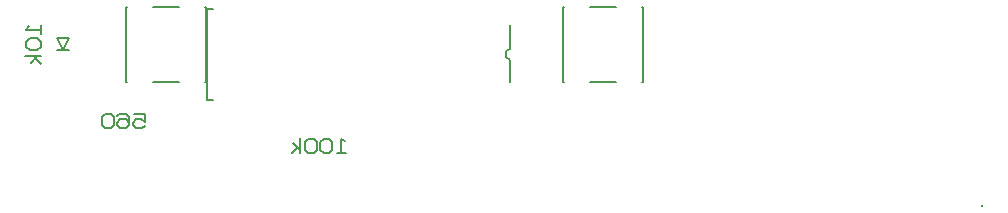
<source format=gbo>
G71*G90*G75*D02*
%ASAXBY*OFA0B0*MOMM*FSLAX43Y43*IPPOS*%
%ADD12C,0.200*%
%ADD13C,0.300*%
G54D12*
G01X90300Y97551D02*
X91300D01*
X90800Y96551D01*
X90300Y97551D01*
Y96551D02*
X91300D01*
X103500Y92300D02*
X103000D01*
Y100000D01*
X103500D01*
X128300Y96400D02*
Y95900D01*
X128600Y96600D02*
X128300Y96400D01*
Y95900D02*
X128600Y95700D01*
Y93800D01*
Y96600D02*
Y98600D01*
X133200Y100200D02*
X133100D01*
Y93800D01*
X133200D02*
X133100D01*
X139800Y100200D02*
X139900D01*
Y93800D01*
X139800D01*
X135400Y100200D02*
X137600D01*
X135400Y93800D02*
X137600D01*
X96200Y100200D02*
X96100D01*
Y93800D01*
X96200D01*
X98400D02*
X100600D01*
X98400Y100200D02*
X100600D01*
X102800D02*
X102900D01*
Y93800D01*
X102800D01*
X114725Y87794D02*
X113975D01*
X114350D02*
Y89012D01*
X114631Y88825D01*
X113612Y88075D02*
X113331Y87794D01*
X112862D01*
X112581Y88075D01*
Y88731D01*
X112862Y89012D01*
X113331D01*
X113612Y88731D01*
Y88075D01*
X112312D02*
X112031Y87794D01*
X111562D01*
X111281Y88075D01*
Y88731D01*
X111562Y89012D01*
X112031D01*
X112312Y88731D01*
Y88075D01*
X110825Y87794D02*
Y89106D01*
X110262Y88638D02*
X110825Y88075D01*
X110638Y88262D02*
X110169Y87794D01*
X97712Y90081D02*
X97525Y89894D01*
X96962D01*
X96681Y90175D01*
Y90362D01*
X96962Y90644D01*
X97431D01*
X97712Y90456D01*
Y91112D01*
X96775D01*
X96412Y90362D02*
X96131Y90644D01*
X95662D01*
X95381Y90362D01*
Y90175D01*
X95662Y89894D01*
X96131D01*
X96412Y90175D01*
Y90831D01*
X96131Y91112D01*
X95569D01*
X95381Y90925D01*
X95112Y90175D02*
X94831Y89894D01*
X94362D01*
X94081Y90175D01*
Y90831D01*
X94362Y91112D01*
X94831D01*
X95112Y90831D01*
Y90175D01*
X88906Y98625D02*
Y97875D01*
Y98250D02*
X87688D01*
X87875Y98531D01*
X88625Y97512D02*
X88906Y97231D01*
Y96762D01*
X88625Y96481D01*
X87969D01*
X87688Y96762D01*
Y97231D01*
X87969Y97512D01*
X88625D01*
X88906Y96025D02*
X87594D01*
X88062Y95462D02*
X88625Y96025D01*
X88438Y95838D02*
X88906Y95369D01*
G54D13*
X168600Y83300D03*
G01X0Y0D02*
M02*

</source>
